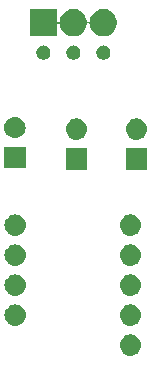
<source format=gbs>
G04 #@! TF.GenerationSoftware,KiCad,Pcbnew,(5.1.0)-1*
G04 #@! TF.CreationDate,2019-04-03T20:49:52-04:00*
G04 #@! TF.ProjectId,3wireducer_daughter,33776972-6564-4756-9365-725f64617567,rev?*
G04 #@! TF.SameCoordinates,Original*
G04 #@! TF.FileFunction,Soldermask,Bot*
G04 #@! TF.FilePolarity,Negative*
%FSLAX46Y46*%
G04 Gerber Fmt 4.6, Leading zero omitted, Abs format (unit mm)*
G04 Created by KiCad (PCBNEW (5.1.0)-1) date 2019-04-03 20:49:52*
%MOMM*%
%LPD*%
G04 APERTURE LIST*
%ADD10C,0.100000*%
G04 APERTURE END LIST*
D10*
G36*
X148700443Y-100578519D02*
G01*
X148766627Y-100585037D01*
X148936466Y-100636557D01*
X149092991Y-100720222D01*
X149128729Y-100749552D01*
X149230186Y-100832814D01*
X149313448Y-100934271D01*
X149342778Y-100970009D01*
X149426443Y-101126534D01*
X149477963Y-101296373D01*
X149495359Y-101473000D01*
X149477963Y-101649627D01*
X149426443Y-101819466D01*
X149342778Y-101975991D01*
X149313448Y-102011729D01*
X149230186Y-102113186D01*
X149128729Y-102196448D01*
X149092991Y-102225778D01*
X148936466Y-102309443D01*
X148766627Y-102360963D01*
X148700443Y-102367481D01*
X148634260Y-102374000D01*
X148545740Y-102374000D01*
X148479558Y-102367482D01*
X148413373Y-102360963D01*
X148243534Y-102309443D01*
X148087009Y-102225778D01*
X148051271Y-102196448D01*
X147949814Y-102113186D01*
X147866552Y-102011729D01*
X147837222Y-101975991D01*
X147753557Y-101819466D01*
X147702037Y-101649627D01*
X147684641Y-101473000D01*
X147702037Y-101296373D01*
X147753557Y-101126534D01*
X147837222Y-100970009D01*
X147866552Y-100934271D01*
X147949814Y-100832814D01*
X148051271Y-100749552D01*
X148087009Y-100720222D01*
X148243534Y-100636557D01*
X148413373Y-100585037D01*
X148479558Y-100578518D01*
X148545740Y-100572000D01*
X148634260Y-100572000D01*
X148700443Y-100578519D01*
X148700443Y-100578519D01*
G37*
G36*
X148700442Y-98038518D02*
G01*
X148766627Y-98045037D01*
X148936466Y-98096557D01*
X149092991Y-98180222D01*
X149128729Y-98209552D01*
X149230186Y-98292814D01*
X149313448Y-98394271D01*
X149342778Y-98430009D01*
X149426443Y-98586534D01*
X149477963Y-98756373D01*
X149495359Y-98933000D01*
X149477963Y-99109627D01*
X149426443Y-99279466D01*
X149342778Y-99435991D01*
X149313448Y-99471729D01*
X149230186Y-99573186D01*
X149128729Y-99656448D01*
X149092991Y-99685778D01*
X148936466Y-99769443D01*
X148766627Y-99820963D01*
X148700442Y-99827482D01*
X148634260Y-99834000D01*
X148545740Y-99834000D01*
X148479558Y-99827482D01*
X148413373Y-99820963D01*
X148243534Y-99769443D01*
X148087009Y-99685778D01*
X148051271Y-99656448D01*
X147949814Y-99573186D01*
X147866552Y-99471729D01*
X147837222Y-99435991D01*
X147753557Y-99279466D01*
X147702037Y-99109627D01*
X147684641Y-98933000D01*
X147702037Y-98756373D01*
X147753557Y-98586534D01*
X147837222Y-98430009D01*
X147866552Y-98394271D01*
X147949814Y-98292814D01*
X148051271Y-98209552D01*
X148087009Y-98180222D01*
X148243534Y-98096557D01*
X148413373Y-98045037D01*
X148479558Y-98038518D01*
X148545740Y-98032000D01*
X148634260Y-98032000D01*
X148700442Y-98038518D01*
X148700442Y-98038518D01*
G37*
G36*
X138940442Y-98038518D02*
G01*
X139006627Y-98045037D01*
X139176466Y-98096557D01*
X139332991Y-98180222D01*
X139368729Y-98209552D01*
X139470186Y-98292814D01*
X139553448Y-98394271D01*
X139582778Y-98430009D01*
X139666443Y-98586534D01*
X139717963Y-98756373D01*
X139735359Y-98933000D01*
X139717963Y-99109627D01*
X139666443Y-99279466D01*
X139582778Y-99435991D01*
X139553448Y-99471729D01*
X139470186Y-99573186D01*
X139368729Y-99656448D01*
X139332991Y-99685778D01*
X139176466Y-99769443D01*
X139006627Y-99820963D01*
X138940442Y-99827482D01*
X138874260Y-99834000D01*
X138785740Y-99834000D01*
X138719558Y-99827482D01*
X138653373Y-99820963D01*
X138483534Y-99769443D01*
X138327009Y-99685778D01*
X138291271Y-99656448D01*
X138189814Y-99573186D01*
X138106552Y-99471729D01*
X138077222Y-99435991D01*
X137993557Y-99279466D01*
X137942037Y-99109627D01*
X137924641Y-98933000D01*
X137942037Y-98756373D01*
X137993557Y-98586534D01*
X138077222Y-98430009D01*
X138106552Y-98394271D01*
X138189814Y-98292814D01*
X138291271Y-98209552D01*
X138327009Y-98180222D01*
X138483534Y-98096557D01*
X138653373Y-98045037D01*
X138719558Y-98038518D01*
X138785740Y-98032000D01*
X138874260Y-98032000D01*
X138940442Y-98038518D01*
X138940442Y-98038518D01*
G37*
G36*
X148700442Y-95498518D02*
G01*
X148766627Y-95505037D01*
X148936466Y-95556557D01*
X149092991Y-95640222D01*
X149128729Y-95669552D01*
X149230186Y-95752814D01*
X149313448Y-95854271D01*
X149342778Y-95890009D01*
X149426443Y-96046534D01*
X149477963Y-96216373D01*
X149495359Y-96393000D01*
X149477963Y-96569627D01*
X149426443Y-96739466D01*
X149342778Y-96895991D01*
X149313448Y-96931729D01*
X149230186Y-97033186D01*
X149128729Y-97116448D01*
X149092991Y-97145778D01*
X148936466Y-97229443D01*
X148766627Y-97280963D01*
X148700443Y-97287481D01*
X148634260Y-97294000D01*
X148545740Y-97294000D01*
X148479558Y-97287482D01*
X148413373Y-97280963D01*
X148243534Y-97229443D01*
X148087009Y-97145778D01*
X148051271Y-97116448D01*
X147949814Y-97033186D01*
X147866552Y-96931729D01*
X147837222Y-96895991D01*
X147753557Y-96739466D01*
X147702037Y-96569627D01*
X147684641Y-96393000D01*
X147702037Y-96216373D01*
X147753557Y-96046534D01*
X147837222Y-95890009D01*
X147866552Y-95854271D01*
X147949814Y-95752814D01*
X148051271Y-95669552D01*
X148087009Y-95640222D01*
X148243534Y-95556557D01*
X148413373Y-95505037D01*
X148479557Y-95498519D01*
X148545740Y-95492000D01*
X148634260Y-95492000D01*
X148700442Y-95498518D01*
X148700442Y-95498518D01*
G37*
G36*
X138940442Y-95498518D02*
G01*
X139006627Y-95505037D01*
X139176466Y-95556557D01*
X139332991Y-95640222D01*
X139368729Y-95669552D01*
X139470186Y-95752814D01*
X139553448Y-95854271D01*
X139582778Y-95890009D01*
X139666443Y-96046534D01*
X139717963Y-96216373D01*
X139735359Y-96393000D01*
X139717963Y-96569627D01*
X139666443Y-96739466D01*
X139582778Y-96895991D01*
X139553448Y-96931729D01*
X139470186Y-97033186D01*
X139368729Y-97116448D01*
X139332991Y-97145778D01*
X139176466Y-97229443D01*
X139006627Y-97280963D01*
X138940443Y-97287481D01*
X138874260Y-97294000D01*
X138785740Y-97294000D01*
X138719558Y-97287482D01*
X138653373Y-97280963D01*
X138483534Y-97229443D01*
X138327009Y-97145778D01*
X138291271Y-97116448D01*
X138189814Y-97033186D01*
X138106552Y-96931729D01*
X138077222Y-96895991D01*
X137993557Y-96739466D01*
X137942037Y-96569627D01*
X137924641Y-96393000D01*
X137942037Y-96216373D01*
X137993557Y-96046534D01*
X138077222Y-95890009D01*
X138106552Y-95854271D01*
X138189814Y-95752814D01*
X138291271Y-95669552D01*
X138327009Y-95640222D01*
X138483534Y-95556557D01*
X138653373Y-95505037D01*
X138719557Y-95498519D01*
X138785740Y-95492000D01*
X138874260Y-95492000D01*
X138940442Y-95498518D01*
X138940442Y-95498518D01*
G37*
G36*
X138940442Y-92958518D02*
G01*
X139006627Y-92965037D01*
X139176466Y-93016557D01*
X139332991Y-93100222D01*
X139368729Y-93129552D01*
X139470186Y-93212814D01*
X139553448Y-93314271D01*
X139582778Y-93350009D01*
X139666443Y-93506534D01*
X139717963Y-93676373D01*
X139735359Y-93853000D01*
X139717963Y-94029627D01*
X139666443Y-94199466D01*
X139582778Y-94355991D01*
X139553448Y-94391729D01*
X139470186Y-94493186D01*
X139368729Y-94576448D01*
X139332991Y-94605778D01*
X139176466Y-94689443D01*
X139006627Y-94740963D01*
X138940442Y-94747482D01*
X138874260Y-94754000D01*
X138785740Y-94754000D01*
X138719557Y-94747481D01*
X138653373Y-94740963D01*
X138483534Y-94689443D01*
X138327009Y-94605778D01*
X138291271Y-94576448D01*
X138189814Y-94493186D01*
X138106552Y-94391729D01*
X138077222Y-94355991D01*
X137993557Y-94199466D01*
X137942037Y-94029627D01*
X137924641Y-93853000D01*
X137942037Y-93676373D01*
X137993557Y-93506534D01*
X138077222Y-93350009D01*
X138106552Y-93314271D01*
X138189814Y-93212814D01*
X138291271Y-93129552D01*
X138327009Y-93100222D01*
X138483534Y-93016557D01*
X138653373Y-92965037D01*
X138719558Y-92958518D01*
X138785740Y-92952000D01*
X138874260Y-92952000D01*
X138940442Y-92958518D01*
X138940442Y-92958518D01*
G37*
G36*
X148700442Y-92958518D02*
G01*
X148766627Y-92965037D01*
X148936466Y-93016557D01*
X149092991Y-93100222D01*
X149128729Y-93129552D01*
X149230186Y-93212814D01*
X149313448Y-93314271D01*
X149342778Y-93350009D01*
X149426443Y-93506534D01*
X149477963Y-93676373D01*
X149495359Y-93853000D01*
X149477963Y-94029627D01*
X149426443Y-94199466D01*
X149342778Y-94355991D01*
X149313448Y-94391729D01*
X149230186Y-94493186D01*
X149128729Y-94576448D01*
X149092991Y-94605778D01*
X148936466Y-94689443D01*
X148766627Y-94740963D01*
X148700442Y-94747482D01*
X148634260Y-94754000D01*
X148545740Y-94754000D01*
X148479557Y-94747481D01*
X148413373Y-94740963D01*
X148243534Y-94689443D01*
X148087009Y-94605778D01*
X148051271Y-94576448D01*
X147949814Y-94493186D01*
X147866552Y-94391729D01*
X147837222Y-94355991D01*
X147753557Y-94199466D01*
X147702037Y-94029627D01*
X147684641Y-93853000D01*
X147702037Y-93676373D01*
X147753557Y-93506534D01*
X147837222Y-93350009D01*
X147866552Y-93314271D01*
X147949814Y-93212814D01*
X148051271Y-93129552D01*
X148087009Y-93100222D01*
X148243534Y-93016557D01*
X148413373Y-92965037D01*
X148479558Y-92958518D01*
X148545740Y-92952000D01*
X148634260Y-92952000D01*
X148700442Y-92958518D01*
X148700442Y-92958518D01*
G37*
G36*
X148700443Y-90418519D02*
G01*
X148766627Y-90425037D01*
X148936466Y-90476557D01*
X149092991Y-90560222D01*
X149128729Y-90589552D01*
X149230186Y-90672814D01*
X149313448Y-90774271D01*
X149342778Y-90810009D01*
X149426443Y-90966534D01*
X149477963Y-91136373D01*
X149495359Y-91313000D01*
X149477963Y-91489627D01*
X149426443Y-91659466D01*
X149342778Y-91815991D01*
X149313448Y-91851729D01*
X149230186Y-91953186D01*
X149128729Y-92036448D01*
X149092991Y-92065778D01*
X148936466Y-92149443D01*
X148766627Y-92200963D01*
X148700442Y-92207482D01*
X148634260Y-92214000D01*
X148545740Y-92214000D01*
X148479558Y-92207482D01*
X148413373Y-92200963D01*
X148243534Y-92149443D01*
X148087009Y-92065778D01*
X148051271Y-92036448D01*
X147949814Y-91953186D01*
X147866552Y-91851729D01*
X147837222Y-91815991D01*
X147753557Y-91659466D01*
X147702037Y-91489627D01*
X147684641Y-91313000D01*
X147702037Y-91136373D01*
X147753557Y-90966534D01*
X147837222Y-90810009D01*
X147866552Y-90774271D01*
X147949814Y-90672814D01*
X148051271Y-90589552D01*
X148087009Y-90560222D01*
X148243534Y-90476557D01*
X148413373Y-90425037D01*
X148479557Y-90418519D01*
X148545740Y-90412000D01*
X148634260Y-90412000D01*
X148700443Y-90418519D01*
X148700443Y-90418519D01*
G37*
G36*
X138940443Y-90418519D02*
G01*
X139006627Y-90425037D01*
X139176466Y-90476557D01*
X139332991Y-90560222D01*
X139368729Y-90589552D01*
X139470186Y-90672814D01*
X139553448Y-90774271D01*
X139582778Y-90810009D01*
X139666443Y-90966534D01*
X139717963Y-91136373D01*
X139735359Y-91313000D01*
X139717963Y-91489627D01*
X139666443Y-91659466D01*
X139582778Y-91815991D01*
X139553448Y-91851729D01*
X139470186Y-91953186D01*
X139368729Y-92036448D01*
X139332991Y-92065778D01*
X139176466Y-92149443D01*
X139006627Y-92200963D01*
X138940442Y-92207482D01*
X138874260Y-92214000D01*
X138785740Y-92214000D01*
X138719558Y-92207482D01*
X138653373Y-92200963D01*
X138483534Y-92149443D01*
X138327009Y-92065778D01*
X138291271Y-92036448D01*
X138189814Y-91953186D01*
X138106552Y-91851729D01*
X138077222Y-91815991D01*
X137993557Y-91659466D01*
X137942037Y-91489627D01*
X137924641Y-91313000D01*
X137942037Y-91136373D01*
X137993557Y-90966534D01*
X138077222Y-90810009D01*
X138106552Y-90774271D01*
X138189814Y-90672814D01*
X138291271Y-90589552D01*
X138327009Y-90560222D01*
X138483534Y-90476557D01*
X138653373Y-90425037D01*
X138719557Y-90418519D01*
X138785740Y-90412000D01*
X138874260Y-90412000D01*
X138940443Y-90418519D01*
X138940443Y-90418519D01*
G37*
G36*
X144919000Y-86626000D02*
G01*
X143117000Y-86626000D01*
X143117000Y-84824000D01*
X144919000Y-84824000D01*
X144919000Y-86626000D01*
X144919000Y-86626000D01*
G37*
G36*
X149999000Y-86626000D02*
G01*
X148197000Y-86626000D01*
X148197000Y-84824000D01*
X149999000Y-84824000D01*
X149999000Y-86626000D01*
X149999000Y-86626000D01*
G37*
G36*
X139712000Y-86499000D02*
G01*
X137910000Y-86499000D01*
X137910000Y-84697000D01*
X139712000Y-84697000D01*
X139712000Y-86499000D01*
X139712000Y-86499000D01*
G37*
G36*
X144128443Y-82290519D02*
G01*
X144194627Y-82297037D01*
X144364466Y-82348557D01*
X144520991Y-82432222D01*
X144556729Y-82461552D01*
X144658186Y-82544814D01*
X144741448Y-82646271D01*
X144770778Y-82682009D01*
X144854443Y-82838534D01*
X144905963Y-83008373D01*
X144923359Y-83185000D01*
X144905963Y-83361627D01*
X144854443Y-83531466D01*
X144770778Y-83687991D01*
X144762411Y-83698186D01*
X144658186Y-83825186D01*
X144556729Y-83908448D01*
X144520991Y-83937778D01*
X144364466Y-84021443D01*
X144194627Y-84072963D01*
X144128443Y-84079481D01*
X144062260Y-84086000D01*
X143973740Y-84086000D01*
X143907557Y-84079481D01*
X143841373Y-84072963D01*
X143671534Y-84021443D01*
X143515009Y-83937778D01*
X143479271Y-83908448D01*
X143377814Y-83825186D01*
X143273589Y-83698186D01*
X143265222Y-83687991D01*
X143181557Y-83531466D01*
X143130037Y-83361627D01*
X143112641Y-83185000D01*
X143130037Y-83008373D01*
X143181557Y-82838534D01*
X143265222Y-82682009D01*
X143294552Y-82646271D01*
X143377814Y-82544814D01*
X143479271Y-82461552D01*
X143515009Y-82432222D01*
X143671534Y-82348557D01*
X143841373Y-82297037D01*
X143907557Y-82290519D01*
X143973740Y-82284000D01*
X144062260Y-82284000D01*
X144128443Y-82290519D01*
X144128443Y-82290519D01*
G37*
G36*
X149208443Y-82290519D02*
G01*
X149274627Y-82297037D01*
X149444466Y-82348557D01*
X149600991Y-82432222D01*
X149636729Y-82461552D01*
X149738186Y-82544814D01*
X149821448Y-82646271D01*
X149850778Y-82682009D01*
X149934443Y-82838534D01*
X149985963Y-83008373D01*
X150003359Y-83185000D01*
X149985963Y-83361627D01*
X149934443Y-83531466D01*
X149850778Y-83687991D01*
X149842411Y-83698186D01*
X149738186Y-83825186D01*
X149636729Y-83908448D01*
X149600991Y-83937778D01*
X149444466Y-84021443D01*
X149274627Y-84072963D01*
X149208443Y-84079481D01*
X149142260Y-84086000D01*
X149053740Y-84086000D01*
X148987557Y-84079481D01*
X148921373Y-84072963D01*
X148751534Y-84021443D01*
X148595009Y-83937778D01*
X148559271Y-83908448D01*
X148457814Y-83825186D01*
X148353589Y-83698186D01*
X148345222Y-83687991D01*
X148261557Y-83531466D01*
X148210037Y-83361627D01*
X148192641Y-83185000D01*
X148210037Y-83008373D01*
X148261557Y-82838534D01*
X148345222Y-82682009D01*
X148374552Y-82646271D01*
X148457814Y-82544814D01*
X148559271Y-82461552D01*
X148595009Y-82432222D01*
X148751534Y-82348557D01*
X148921373Y-82297037D01*
X148987557Y-82290519D01*
X149053740Y-82284000D01*
X149142260Y-82284000D01*
X149208443Y-82290519D01*
X149208443Y-82290519D01*
G37*
G36*
X138921442Y-82163518D02*
G01*
X138987627Y-82170037D01*
X139157466Y-82221557D01*
X139313991Y-82305222D01*
X139349729Y-82334552D01*
X139451186Y-82417814D01*
X139534448Y-82519271D01*
X139563778Y-82555009D01*
X139647443Y-82711534D01*
X139698963Y-82881373D01*
X139716359Y-83058000D01*
X139698963Y-83234627D01*
X139647443Y-83404466D01*
X139563778Y-83560991D01*
X139534448Y-83596729D01*
X139451186Y-83698186D01*
X139349729Y-83781448D01*
X139313991Y-83810778D01*
X139157466Y-83894443D01*
X138987627Y-83945963D01*
X138921442Y-83952482D01*
X138855260Y-83959000D01*
X138766740Y-83959000D01*
X138700558Y-83952482D01*
X138634373Y-83945963D01*
X138464534Y-83894443D01*
X138308009Y-83810778D01*
X138272271Y-83781448D01*
X138170814Y-83698186D01*
X138087552Y-83596729D01*
X138058222Y-83560991D01*
X137974557Y-83404466D01*
X137923037Y-83234627D01*
X137905641Y-83058000D01*
X137923037Y-82881373D01*
X137974557Y-82711534D01*
X138058222Y-82555009D01*
X138087552Y-82519271D01*
X138170814Y-82417814D01*
X138272271Y-82334552D01*
X138308009Y-82305222D01*
X138464534Y-82221557D01*
X138634373Y-82170037D01*
X138700558Y-82163518D01*
X138766740Y-82157000D01*
X138855260Y-82157000D01*
X138921442Y-82163518D01*
X138921442Y-82163518D01*
G37*
G36*
X141360601Y-76122397D02*
G01*
X141399305Y-76130096D01*
X141431340Y-76143365D01*
X141508680Y-76175400D01*
X141607115Y-76241173D01*
X141690827Y-76324885D01*
X141756600Y-76423320D01*
X141801904Y-76532696D01*
X141825000Y-76648805D01*
X141825000Y-76767195D01*
X141801904Y-76883304D01*
X141756600Y-76992680D01*
X141690827Y-77091115D01*
X141607115Y-77174827D01*
X141508680Y-77240600D01*
X141431340Y-77272635D01*
X141399305Y-77285904D01*
X141360601Y-77293603D01*
X141283195Y-77309000D01*
X141164805Y-77309000D01*
X141087399Y-77293603D01*
X141048695Y-77285904D01*
X141016660Y-77272635D01*
X140939320Y-77240600D01*
X140840885Y-77174827D01*
X140757173Y-77091115D01*
X140691400Y-76992680D01*
X140646096Y-76883304D01*
X140623000Y-76767195D01*
X140623000Y-76648805D01*
X140646096Y-76532696D01*
X140691400Y-76423320D01*
X140757173Y-76324885D01*
X140840885Y-76241173D01*
X140939320Y-76175400D01*
X141016660Y-76143365D01*
X141048695Y-76130096D01*
X141087399Y-76122397D01*
X141164805Y-76107000D01*
X141283195Y-76107000D01*
X141360601Y-76122397D01*
X141360601Y-76122397D01*
G37*
G36*
X143900601Y-76122397D02*
G01*
X143939305Y-76130096D01*
X143971340Y-76143365D01*
X144048680Y-76175400D01*
X144147115Y-76241173D01*
X144230827Y-76324885D01*
X144296600Y-76423320D01*
X144341904Y-76532696D01*
X144365000Y-76648805D01*
X144365000Y-76767195D01*
X144341904Y-76883304D01*
X144296600Y-76992680D01*
X144230827Y-77091115D01*
X144147115Y-77174827D01*
X144048680Y-77240600D01*
X143971340Y-77272635D01*
X143939305Y-77285904D01*
X143900601Y-77293603D01*
X143823195Y-77309000D01*
X143704805Y-77309000D01*
X143627399Y-77293603D01*
X143588695Y-77285904D01*
X143556660Y-77272635D01*
X143479320Y-77240600D01*
X143380885Y-77174827D01*
X143297173Y-77091115D01*
X143231400Y-76992680D01*
X143186096Y-76883304D01*
X143163000Y-76767195D01*
X143163000Y-76648805D01*
X143186096Y-76532696D01*
X143231400Y-76423320D01*
X143297173Y-76324885D01*
X143380885Y-76241173D01*
X143479320Y-76175400D01*
X143556660Y-76143365D01*
X143588695Y-76130096D01*
X143627399Y-76122397D01*
X143704805Y-76107000D01*
X143823195Y-76107000D01*
X143900601Y-76122397D01*
X143900601Y-76122397D01*
G37*
G36*
X146440601Y-76122397D02*
G01*
X146479305Y-76130096D01*
X146511340Y-76143365D01*
X146588680Y-76175400D01*
X146687115Y-76241173D01*
X146770827Y-76324885D01*
X146836600Y-76423320D01*
X146881904Y-76532696D01*
X146905000Y-76648805D01*
X146905000Y-76767195D01*
X146881904Y-76883304D01*
X146836600Y-76992680D01*
X146770827Y-77091115D01*
X146687115Y-77174827D01*
X146588680Y-77240600D01*
X146511340Y-77272635D01*
X146479305Y-77285904D01*
X146440601Y-77293603D01*
X146363195Y-77309000D01*
X146244805Y-77309000D01*
X146167399Y-77293603D01*
X146128695Y-77285904D01*
X146096660Y-77272635D01*
X146019320Y-77240600D01*
X145920885Y-77174827D01*
X145837173Y-77091115D01*
X145771400Y-76992680D01*
X145726096Y-76883304D01*
X145703000Y-76767195D01*
X145703000Y-76648805D01*
X145726096Y-76532696D01*
X145771400Y-76423320D01*
X145837173Y-76324885D01*
X145920885Y-76241173D01*
X146019320Y-76175400D01*
X146096660Y-76143365D01*
X146128695Y-76130096D01*
X146167399Y-76122397D01*
X146244805Y-76107000D01*
X146363195Y-76107000D01*
X146440601Y-76122397D01*
X146440601Y-76122397D01*
G37*
G36*
X142375000Y-73982007D02*
G01*
X142377402Y-74006393D01*
X142384515Y-74029842D01*
X142396066Y-74051453D01*
X142411611Y-74070395D01*
X142430553Y-74085940D01*
X142452164Y-74097491D01*
X142475613Y-74104604D01*
X142499999Y-74107006D01*
X142524385Y-74104604D01*
X142547834Y-74097491D01*
X142569445Y-74085940D01*
X142588387Y-74070395D01*
X142603932Y-74051453D01*
X142615483Y-74029842D01*
X142622596Y-74006393D01*
X142657232Y-73832267D01*
X142743996Y-73622799D01*
X142743997Y-73622797D01*
X142869960Y-73434280D01*
X143030280Y-73273960D01*
X143218797Y-73147997D01*
X143428266Y-73061232D01*
X143539451Y-73039116D01*
X143650635Y-73017000D01*
X143877365Y-73017000D01*
X143988549Y-73039116D01*
X144099734Y-73061232D01*
X144309203Y-73147997D01*
X144497720Y-73273960D01*
X144658040Y-73434280D01*
X144784003Y-73622797D01*
X144784004Y-73622799D01*
X144870768Y-73832267D01*
X144911403Y-74036552D01*
X144918516Y-74060001D01*
X144930067Y-74081612D01*
X144945612Y-74100554D01*
X144964554Y-74116099D01*
X144986165Y-74127650D01*
X145009614Y-74134763D01*
X145034000Y-74137165D01*
X145058386Y-74134763D01*
X145081835Y-74127650D01*
X145103446Y-74116099D01*
X145122388Y-74100554D01*
X145137933Y-74081612D01*
X145149484Y-74060001D01*
X145156597Y-74036552D01*
X145197232Y-73832267D01*
X145283996Y-73622799D01*
X145283997Y-73622797D01*
X145409960Y-73434280D01*
X145570280Y-73273960D01*
X145758797Y-73147997D01*
X145968266Y-73061232D01*
X146079451Y-73039116D01*
X146190635Y-73017000D01*
X146417365Y-73017000D01*
X146528549Y-73039116D01*
X146639734Y-73061232D01*
X146849203Y-73147997D01*
X147037720Y-73273960D01*
X147198040Y-73434280D01*
X147324003Y-73622797D01*
X147410768Y-73832266D01*
X147455000Y-74054636D01*
X147455000Y-74281364D01*
X147410768Y-74503734D01*
X147324003Y-74713203D01*
X147198040Y-74901720D01*
X147037720Y-75062040D01*
X146849203Y-75188003D01*
X146639734Y-75274768D01*
X146528549Y-75296884D01*
X146417365Y-75319000D01*
X146190635Y-75319000D01*
X146079451Y-75296884D01*
X145968266Y-75274768D01*
X145758797Y-75188003D01*
X145570280Y-75062040D01*
X145409960Y-74901720D01*
X145283997Y-74713203D01*
X145197232Y-74503734D01*
X145156597Y-74299448D01*
X145149484Y-74275999D01*
X145137933Y-74254388D01*
X145122388Y-74235446D01*
X145103446Y-74219901D01*
X145081835Y-74208350D01*
X145058386Y-74201237D01*
X145034000Y-74198835D01*
X145009614Y-74201237D01*
X144986165Y-74208350D01*
X144964554Y-74219901D01*
X144945612Y-74235446D01*
X144930067Y-74254388D01*
X144918516Y-74275999D01*
X144911403Y-74299448D01*
X144870768Y-74503734D01*
X144784003Y-74713203D01*
X144658040Y-74901720D01*
X144497720Y-75062040D01*
X144309203Y-75188003D01*
X144099734Y-75274768D01*
X143988549Y-75296884D01*
X143877365Y-75319000D01*
X143650635Y-75319000D01*
X143539451Y-75296884D01*
X143428266Y-75274768D01*
X143218797Y-75188003D01*
X143030280Y-75062040D01*
X142869960Y-74901720D01*
X142743997Y-74713203D01*
X142657232Y-74503734D01*
X142622596Y-74329607D01*
X142615483Y-74306158D01*
X142603932Y-74284547D01*
X142588387Y-74265605D01*
X142569445Y-74250060D01*
X142547834Y-74238509D01*
X142524385Y-74231396D01*
X142499999Y-74228994D01*
X142475613Y-74231396D01*
X142452164Y-74238509D01*
X142430553Y-74250060D01*
X142411611Y-74265605D01*
X142396066Y-74284547D01*
X142384515Y-74306158D01*
X142377402Y-74329607D01*
X142375000Y-74353993D01*
X142375000Y-75319000D01*
X140073000Y-75319000D01*
X140073000Y-73017000D01*
X142375000Y-73017000D01*
X142375000Y-73982007D01*
X142375000Y-73982007D01*
G37*
M02*

</source>
